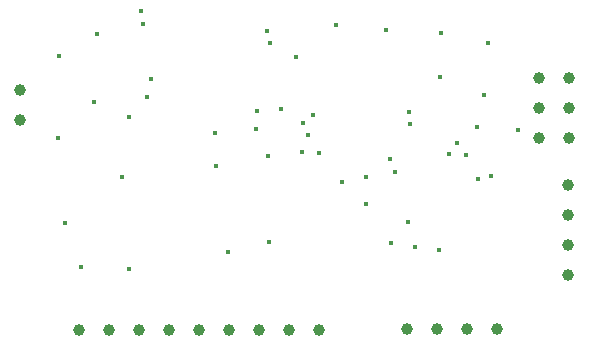
<source format=gbr>
%TF.GenerationSoftware,KiCad,Pcbnew,(6.0.1-0)*%
%TF.CreationDate,2022-02-17T22:04:00-07:00*%
%TF.ProjectId,MCU Datalogger,4d435520-4461-4746-916c-6f676765722e,1*%
%TF.SameCoordinates,Original*%
%TF.FileFunction,Plated,1,4,PTH,Drill*%
%TF.FilePolarity,Positive*%
%FSLAX46Y46*%
G04 Gerber Fmt 4.6, Leading zero omitted, Abs format (unit mm)*
G04 Created by KiCad (PCBNEW (6.0.1-0)) date 2022-02-17 22:04:00*
%MOMM*%
%LPD*%
G01*
G04 APERTURE LIST*
%TA.AperFunction,ViaDrill*%
%ADD10C,0.400000*%
%TD*%
%TA.AperFunction,ComponentDrill*%
%ADD11C,1.000000*%
%TD*%
G04 APERTURE END LIST*
D10*
X83235800Y-88011000D03*
X83293118Y-81046802D03*
X83794600Y-95199200D03*
X85140800Y-98907600D03*
X86309200Y-85013800D03*
X86512400Y-79222600D03*
X88671400Y-91313000D03*
X89204800Y-99136200D03*
X89255600Y-86258400D03*
X90296823Y-77239412D03*
X90398600Y-78384400D03*
X90791300Y-84564083D03*
X91084400Y-83007200D03*
X96494600Y-87579200D03*
X96596200Y-90398600D03*
X97586800Y-97637600D03*
X99974400Y-87223600D03*
X100101400Y-85750400D03*
X100960028Y-78960895D03*
X101041200Y-89560400D03*
X101117400Y-96836900D03*
X101150627Y-79942057D03*
X102116074Y-85599406D03*
X103378000Y-81203800D03*
X103911400Y-89230200D03*
X104013000Y-86715600D03*
X104384483Y-87750446D03*
X104808036Y-86100988D03*
X105315541Y-89273868D03*
X106730800Y-78460600D03*
X107289600Y-91770200D03*
X109282900Y-91363800D03*
X109282900Y-93649800D03*
X110972600Y-78892400D03*
X111328200Y-89839800D03*
X111455200Y-96875600D03*
X111734600Y-90932000D03*
X112852200Y-95148400D03*
X112979200Y-85826600D03*
X113014219Y-86825488D03*
X113461800Y-97231200D03*
X115493800Y-97485200D03*
X115570000Y-82854800D03*
X115620800Y-79171800D03*
X116357400Y-89335100D03*
X116980700Y-88429342D03*
X117805200Y-89433400D03*
X118694200Y-87122000D03*
X118770400Y-91490800D03*
X119278400Y-84378800D03*
X119634000Y-80010000D03*
X119888000Y-91262200D03*
X122174000Y-87376000D03*
D11*
%TO.C,BT1*%
X80010000Y-83942000D03*
X80010000Y-86482000D03*
%TO.C,J1*%
X85013800Y-104267000D03*
X87553800Y-104267000D03*
X90093800Y-104267000D03*
X92633800Y-104267000D03*
X95173800Y-104267000D03*
X97713800Y-104267000D03*
X100253800Y-104267000D03*
X102793800Y-104267000D03*
X105333800Y-104267000D03*
%TO.C,J4*%
X112786000Y-104216200D03*
X115326000Y-104216200D03*
X117866000Y-104216200D03*
X120406000Y-104216200D03*
%TO.C,J3*%
X123997800Y-82946000D03*
X123997800Y-85486000D03*
X123997800Y-88026000D03*
%TO.C,J2*%
X126415800Y-91973400D03*
X126415800Y-94513400D03*
X126415800Y-97053400D03*
X126415800Y-99593400D03*
%TO.C,J3*%
X126537800Y-82946000D03*
X126537800Y-85486000D03*
X126537800Y-88026000D03*
M02*

</source>
